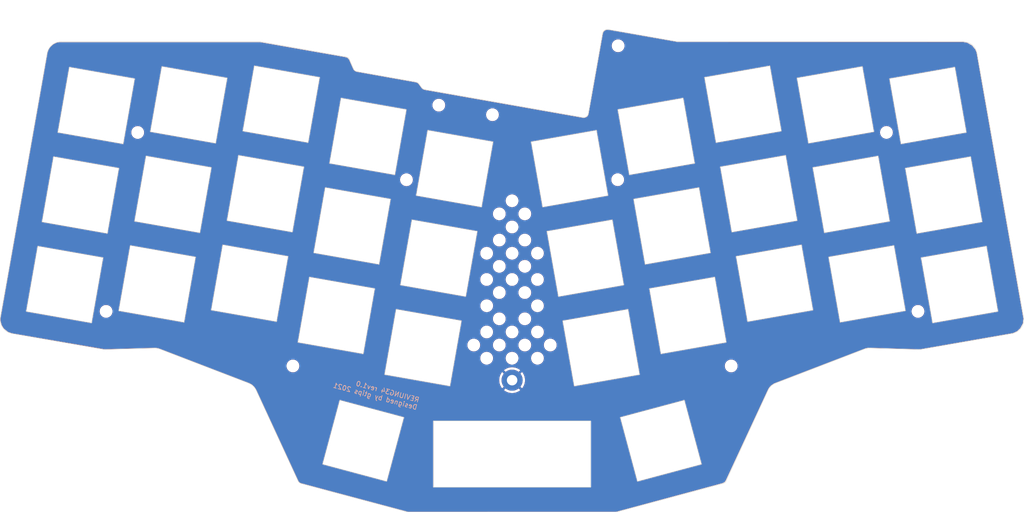
<source format=kicad_pcb>
(kicad_pcb (version 20221018) (generator pcbnew)
  (layers (0 "F.Cu" signal) (31 "B.Cu" signal) (34 "B.Paste" user) (35 "F.Paste" user) (36 "B.SilkS" user "B.Silkscreen") (37 "F.SilkS" user "F.Silkscreen") (38 "B.Mask" user) (39 "F.Mask" user) (44 "Edge.Cuts" user))
  (net 0 "")
  (net 1 "GND")
  (footprint "MountingHole:MountingHole_2.2mm_M2_Pad" (layer "F.Cu") (at 127.34 100.91)
    (fp_text reference "H1" hide)
    (fp_text value "MountingHole_Pad" hide)
    (pad "1" thru_hole circle (at 0 0) (size 4.4 4.4) (drill 2.2) (layers "*.Cu" "*.Mask") (net 1 "GND"))
  )
  (footprint "MountingHole:MountingHole_2.2mm_M2" (layer "F.Cu") (at 48.94 48.99)
    (fp_text reference "H9" hide)
    (fp_text value "MountingHole_2.2mm_M2" hide)
    (pad "" np_thru_hole circle (at 0 0) (size 2.2 2.2) (drill 2.2) (layers "*.Cu" "*.Mask"))
  )
  (footprint "MountingHole:MountingHole_2.2mm_M2" (layer "F.Cu") (at 42.32 86.49)
    (fp_text reference "H2" hide)
    (fp_text value "MountingHole_2.2mm_M2" hide)
    (pad "" np_thru_hole circle (at 0 0) (size 2.2 2.2) (drill 2.2) (layers "*.Cu" "*.Mask"))
  )
  (footprint "MountingHole:MountingHole_2.2mm_M2" (layer "F.Cu") (at 105.22 58.9)
    (fp_text reference "H4" hide)
    (fp_text value "MountingHole_2.2mm_M2" hide)
    (pad "" np_thru_hole circle (at 0 0) (size 2.2 2.2) (drill 2.2) (layers "*.Cu" "*.Mask"))
  )
  (footprint "MountingHole:MountingHole_2.2mm_M2" (layer "F.Cu") (at 81.44 97.93)
    (fp_text reference "H3" hide)
    (fp_text value "MountingHole_2.2mm_M2" hide)
    (pad "" np_thru_hole circle (at 0 0) (size 2.2 2.2) (drill 2.2) (layers "*.Cu" "*.Mask"))
  )
  (footprint "MountingHole:MountingHole_2.2mm_M2" (layer "F.Cu") (at 149.45 58.89)
    (fp_text reference "H5" hide)
    (fp_text value "MountingHole_2.2mm_M2" hide)
    (pad "" np_thru_hole circle (at 0 0) (size 2.2 2.2) (drill 2.2) (layers "*.Cu" "*.Mask"))
  )
  (footprint "MountingHole:MountingHole_2.2mm_M2" (layer "F.Cu") (at 173.22 97.93)
    (fp_text reference "H6" hide)
    (fp_text value "MountingHole_2.2mm_M2" hide)
    (pad "" np_thru_hole circle (at 0 0) (size 2.2 2.2) (drill 2.2) (layers "*.Cu" "*.Mask"))
  )
  (footprint "MountingHole:MountingHole_2.2mm_M2" (layer "F.Cu") (at 205.73 48.98)
    (fp_text reference "H7" hide)
    (fp_text value "MountingHole_2.2mm_M2" hide)
    (pad "" np_thru_hole circle (at 0 0) (size 2.2 2.2) (drill 2.2) (layers "*.Cu" "*.Mask"))
  )
  (footprint "MountingHole:MountingHole_2.2mm_M2" (layer "F.Cu") (at 212.33 86.49)
    (fp_text reference "H8" hide)
    (fp_text value "MountingHole_2.2mm_M2" hide)
    (pad "" np_thru_hole circle (at 0 0) (size 2.2 2.2) (drill 2.2) (layers "*.Cu" "*.Mask"))
  )
  (footprint "_reviung-kbd:HOLE_2.2mm" (layer "F.Cu") (at 111.99 43.27)
    (fp_text reference "Ref**")
    (fp_text value "Val**")
    (pad "" np_thru_hole circle (at 0 0) (size 2.2 2.2) (drill 2.2) (layers "*.Cu" "*.Mask"))
  )
  (footprint "_reviung-kbd:HOLE_2.2mm" (layer "F.Cu") (at 123.23 45.27)
    (fp_text reference "Ref**")
    (fp_text value "Val**")
    (pad "" np_thru_hole circle (at 0 0) (size 2.2 2.2) (drill 2.2) (layers "*.Cu" "*.Mask"))
  )
  (footprint "_reviung-kbd:HOLE_2.2mm" (layer "F.Cu") (at 149.54 30.82)
    (fp_text reference "Ref**")
    (fp_text value "Val**")
    (pad "" np_thru_hole circle (at 0 0) (size 2.2 2.2) (drill 2.2) (layers "*.Cu" "*.Mask"))
  )
  (footprint "_reviung-kbd:HOLE_2.2mm" (layer "F.Cu") (at 127.33 63.31)
    (fp_text reference "Ref**")
    (fp_text value "Val**")
    (pad "" np_thru_hole circle (at 0 0) (size 2.2 2.2) (drill 2.2) (layers "*.Cu" "*.Mask"))
  )
  (footprint "_reviung-kbd:HOLE_2.2mm" (layer "F.Cu") (at 124.66 66.05)
    (fp_text reference "Ref**")
    (fp_text value "Val**")
    (pad "" np_thru_hole circle (at 0 0) (size 2.2 2.2) (drill 2.2) (layers "*.Cu" "*.Mask"))
  )
  (footprint "_reviung-kbd:HOLE_2.2mm" (layer "F.Cu") (at 130 66.05)
    (fp_text reference "Ref**")
    (fp_text value "Val**")
    (pad "" np_thru_hole circle (at 0 0) (size 2.2 2.2) (drill 2.2) (layers "*.Cu" "*.Mask"))
  )
  (footprint "_reviung-kbd:HOLE_2.2mm" (layer "F.Cu") (at 127.33 68.8)
    (fp_text reference "Ref**")
    (fp_text value "Val**")
    (pad "" np_thru_hole circle (at 0 0) (size 2.2 2.2) (drill 2.2) (layers "*.Cu" "*.Mask"))
  )
  (footprint "_reviung-kbd:HOLE_2.2mm" (layer "F.Cu") (at 124.66 71.55)
    (fp_text reference "Ref**")
    (fp_text value "Val**")
    (pad "" np_thru_hole circle (at 0 0) (size 2.2 2.2) (drill 2.2) (layers "*.Cu" "*.Mask"))
  )
  (footprint "_reviung-kbd:HOLE_2.2mm" (layer "F.Cu") (at 130 71.55)
    (fp_text reference "Ref**")
    (fp_text value "Val**")
    (pad "" np_thru_hole circle (at 0 0) (size 2.2 2.2) (drill 2.2) (layers "*.Cu" "*.Mask"))
  )
  (footprint "_reviung-kbd:HOLE_2.2mm" (layer "F.Cu") (at 122.01 74.31)
    (fp_text reference "Ref**")
    (fp_text value "Val**")
    (pad "" np_thru_hole circle (at 0 0) (size 2.2 2.2) (drill 2.2) (layers "*.Cu" "*.Mask"))
  )
  (footprint "_reviung-kbd:HOLE_2.2mm" (layer "F.Cu") (at 127.34 74.31)
    (fp_text reference "Ref**")
    (fp_text value "Val**")
    (pad "" np_thru_hole circle (at 0 0) (size 2.2 2.2) (drill 2.2) (layers "*.Cu" "*.Mask"))
  )
  (footprint "_reviung-kbd:HOLE_2.2mm" (layer "F.Cu") (at 132.65 74.3)
    (fp_text reference "Ref**")
    (fp_text value "Val**")
    (pad "" np_thru_hole circle (at 0 0) (size 2.2 2.2) (drill 2.2) (layers "*.Cu" "*.Mask"))
  )
  (footprint "_reviung-kbd:HOLE_2.2mm" (layer "F.Cu") (at 124.66 77.05)
    (fp_text reference "Ref**")
    (fp_text value "Val**")
    (pad "" np_thru_hole circle (at 0 0) (size 2.2 2.2) (drill 2.2) (layers "*.Cu" "*.Mask"))
  )
  (footprint "_reviung-kbd:HOLE_2.2mm" (layer "F.Cu") (at 130 77.05)
    (fp_text reference "Ref**")
    (fp_text value "Val**")
    (pad "" np_thru_hole circle (at 0 0) (size 2.2 2.2) (drill 2.2) (layers "*.Cu" "*.Mask"))
  )
  (footprint "_reviung-kbd:HOLE_2.2mm" (layer "F.Cu") (at 122.01 79.81)
    (fp_text reference "Ref**")
    (fp_text value "Val**")
    (pad "" np_thru_hole circle (at 0 0) (size 2.2 2.2) (drill 2.2) (layers "*.Cu" "*.Mask"))
  )
  (footprint "_reviung-kbd:HOLE_2.2mm" (layer "F.Cu") (at 127.33 79.81)
    (fp_text reference "Ref**")
    (fp_text value "Val**")
    (pad "" np_thru_hole circle (at 0 0) (size 2.2 2.2) (drill 2.2) (layers "*.Cu" "*.Mask"))
  )
  (footprint "_reviung-kbd:HOLE_2.2mm" (layer "F.Cu") (at 132.65 79.81)
    (fp_text reference "Ref**")
    (fp_text value "Val**")
    (pad "" np_thru_hole circle (at 0 0) (size 2.2 2.2) (drill 2.2) (layers "*.Cu" "*.Mask"))
  )
  (footprint "_reviung-kbd:HOLE_2.2mm" (layer "F.Cu") (at 124.66 82.55)
    (fp_text reference "Ref**")
    (fp_text value "Val**")
    (pad "" np_thru_hole circle (at 0 0) (size 2.2 2.2) (drill 2.2) (layers "*.Cu" "*.Mask"))
  )
  (footprint "_reviung-kbd:HOLE_2.2mm" (layer "F.Cu") (at 130 82.55)
    (fp_text reference "Ref**")
    (fp_text value "Val**")
    (pad "" np_thru_hole circle (at 0 0) (size 2.2 2.2) (drill 2.2) (layers "*.Cu" "*.Mask"))
  )
  (footprint "_reviung-kbd:HOLE_2.2mm" (layer "F.Cu") (at 122.02 85.31)
    (fp_text reference "Ref**")
    (fp_text value "Val**")
    (pad "" np_thru_hole circle (at 0 0) (size 2.2 2.2) (drill 2.2) (layers "*.Cu" "*.Mask"))
  )
  (footprint "_reviung-kbd:HOLE_2.2mm" (layer "F.Cu") (at 132.65 85.31)
    (fp_text reference "Ref**")
    (fp_text value "Val**")
    (pad "" np_thru_hole circle (at 0 0) (size 2.2 2.2) (drill 2.2) (layers "*.Cu" "*.Mask"))
  )
  (footprint "_reviung-kbd:HOLE_2.2mm" (layer "F.Cu") (at 124.66 88.05)
    (fp_text reference "Ref**")
    (fp_text value "Val**")
    (pad "" np_thru_hole circle (at 0 0) (size 2.2 2.2) (drill 2.2) (layers "*.Cu" "*.Mask"))
  )
  (footprint "_reviung-kbd:HOLE_2.2mm" (layer "F.Cu") (at 130 88.05)
    (fp_text reference "Ref**")
    (fp_text value "Val**")
    (pad "" np_thru_hole circle (at 0 0) (size 2.2 2.2) (drill 2.2) (layers "*.Cu" "*.Mask"))
  )
  (footprint "_reviung-kbd:HOLE_2.2mm" (layer "F.Cu") (at 122.01 90.81)
    (fp_text reference "Ref**")
    (fp_text value "Val**")
    (pad "" np_thru_hole circle (at 0 0) (size 2.2 2.2) (drill 2.2) (layers "*.Cu" "*.Mask"))
  )
  (footprint "_reviung-kbd:HOLE_2.2mm" (layer "F.Cu") (at 127.33 90.81)
    (fp_text reference "Ref**")
    (fp_text value "Val**")
    (pad "" np_thru_hole circle (at 0 0) (size 2.2 2.2) (drill 2.2) (layers "*.Cu" "*.Mask"))
  )
  (footprint "_reviung-kbd:HOLE_2.2mm" (layer "F.Cu") (at 132.65 90.81)
    (fp_text reference "Ref**")
    (fp_text value "Val**")
    (pad "" np_thru_hole circle (at 0 0) (size 2.2 2.2) (drill 2.2) (layers "*.Cu" "*.Mask"))
  )
  (footprint "_reviung-kbd:HOLE_2.2mm" (layer "F.Cu") (at 119.31 93.55)
    (fp_text reference "Ref**")
    (fp_text value "Val**")
    (pad "" np_thru_hole circle (at 0 0) (size 2.2 2.2) (drill 2.2) (layers "*.Cu" "*.Mask"))
  )
  (footprint "_reviung-kbd:HOLE_2.2mm" (layer "F.Cu") (at 124.66 93.55)
    (fp_text reference "Ref**")
    (fp_text value "Val**")
    (pad "" np_thru_hole circle (at 0 0) (size 2.2 2.2) (drill 2.2) (layers "*.Cu" "*.Mask"))
  )
  (footprint "_reviung-kbd:HOLE_2.2mm" (layer "F.Cu") (at 130 93.55)
    (fp_text reference "Ref**")
    (fp_text value "Val**")
    (pad "" np_thru_hole circle (at 0 0) (size 2.2 2.2) (drill 2.2) (layers "*.Cu" "*.Mask"))
  )
  (footprint "_reviung-kbd:HOLE_2.2mm" (layer "F.Cu") (at 135.33 93.55)
    (fp_text reference "Ref**")
    (fp_text value "Val**")
    (pad "" np_thru_hole circle (at 0 0) (size 2.2 2.2) (drill 2.2) (layers "*.Cu" "*.Mask"))
  )
  (footprint "_reviung-kbd:HOLE_2.2mm" (layer "F.Cu") (at 122.01 96.31)
    (fp_text reference "Ref**")
    (fp_text value "Val**")
    (pad "" np_thru_hole circle (at 0 0) (size 2.2 2.2) (drill 2.2) (layers "*.Cu" "*.Mask"))
  )
  (footprint "_reviung-kbd:HOLE_2.2mm" (layer "F.Cu") (at 127.33 96.31)
    (fp_text reference "Ref**")
    (fp_text value "Val**")
    (pad "" np_thru_hole circle (at 0 0) (size 2.2 2.2) (drill 2.2) (layers "*.Cu" "*.Mask"))
  )
  (footprint "_reviung-kbd:HOLE_2.2mm" (layer "F.Cu") (at 132.65 96.31)
    (fp_text reference "Ref**")
    (fp_text value "Val**")
    (pad "" np_thru_hole circle (at 0 0) (size 2.2 2.2) (drill 2.2) (layers "*.Cu" "*.Mask"))
  )
  (gr_curve (pts (xy 41.679344 94.448652) (xy 41.87888 94.483319) (xy 42.081408 94.497723) (xy 42.283851 94.491587)) (stroke (width 0.1)) (layer "Edge.Cuts"))
  (gr_curve (pts (xy 99.480446 76.634064) (xy 99.480446 76.634064) (xy 85.791617 74.220344) (xy 85.791617 74.220344)) (stroke (width 0.1)) (layer "Edge.Cuts"))
  (gr_curve (pts (xy 67.636395 67.464447) (xy 67.636395 67.464447) (xy 70.050115 53.775618) (xy 70.050115 53.775618)) (stroke (width 0.1)) (layer "Edge.Cuts"))
  (gr_curve (pts (xy 234.441286 87.669393) (xy 234.441286 87.669393) (xy 224.703702 32.436632) (xy 224.703702 32.436632)) (stroke (width 0.1)) (layer "Edge.Cuts"))
  (gr_curve (pts (xy 220.052134 35.293736) (xy 220.052134 35.293736) (xy 222.465833 48.982564) (xy 222.465833 48.982564)) (stroke (width 0.1)) (layer "Edge.Cuts"))
  (gr_curve (pts (xy 183.729502 48.705945) (xy 183.729502 48.705945) (xy 170.040674 51.119643) (xy 170.040674 51.119643)) (stroke (width 0.1)) (layer "Edge.Cuts"))
  (gr_curve (pts (xy 163.162605 41.770881) (xy 163.162605 41.770881) (xy 165.576304 55.45971) (xy 165.576304 55.45971)) (stroke (width 0.1)) (layer "Edge.Cuts"))
  (gr_curve (pts (xy 73.770732 103.053037) (xy 73.770732 103.053037) (xy 82.504092 121.976688) (xy 82.504092 121.976688)) (stroke (width 0.1)) (layer "Edge.Cuts"))
  (gr_curve (pts (xy 39.282914 88.917487) (xy 39.282914 88.917487) (xy 25.594086 86.503767) (xy 25.594086 86.503767)) (stroke (width 0.1)) (layer "Edge.Cuts"))
  (gr_curve (pts (xy 98.586142 81.705825) (xy 98.586142 81.705825) (xy 96.172444 95.394654) (xy 96.172444 95.394654)) (stroke (width 0.1)) (layer "Edge.Cuts"))
  (gr_curve (pts (xy 103.944428 80.975185) (xy 103.944428 80.975185) (xy 106.358127 67.286357) (xy 106.358127 67.286357)) (stroke (width 0.1)) (layer "Edge.Cuts"))
  (gr_curve (pts (xy 50.684135 53.915532) (xy 50.684135 53.915532) (xy 64.372963 56.329231) (xy 64.372963 56.329231)) (stroke (width 0.1)) (layer "Edge.Cuts"))
  (gr_curve (pts (xy 80.430941 74.949907) (xy 80.430941 74.949907) (xy 78.017221 88.638736) (xy 78.017221 88.638736)) (stroke (width 0.1)) (layer "Edge.Cuts"))
  (gr_curve (pts (xy 209.713467 86.364908) (xy 209.713467 86.364908) (xy 196.024639 88.778606) (xy 196.024639 88.778606)) (stroke (width 0.1)) (layer "Edge.Cuts"))
  (gr_curve (pts (xy 168.884284 74.2203) (xy 168.884284 74.2203) (xy 155.195456 76.633999) (xy 155.195456 76.633999)) (stroke (width 0.1)) (layer "Edge.Cuts"))
  (gr_curve (pts (xy 169.778588 79.292062) (xy 169.778588 79.292062) (xy 172.192287 92.980891) (xy 172.192287 92.980891)) (stroke (width 0.1)) (layer "Edge.Cuts"))
  (gr_curve (pts (xy 110.86345 109.452345) (xy 110.86345 109.452345) (xy 143.813463 109.452345) (xy 143.813463 109.452345)) (stroke (width 0.1)) (layer "Edge.Cuts"))
  (gr_curve (pts (xy 229.081816 86.503745) (xy 229.081816 86.503745) (xy 215.392987 88.917444) (xy 215.392987 88.917444)) (stroke (width 0.1)) (layer "Edge.Cuts"))
  (gr_curve (pts (xy 150.731473 80.975121) (xy 150.731473 80.975121) (xy 137.042645 83.388819) (xy 137.042645 83.388819)) (stroke (width 0.1)) (layer "Edge.Cuts"))
  (gr_curve (pts (xy 222.465833 48.982564) (xy 222.465833 48.982564) (xy 208.777004 51.396263) (xy 208.777004 51.396263)) (stroke (width 0.1)) (layer "Edge.Cuts"))
  (gr_curve (pts (xy 92.541399 33.139195) (xy 92.541399 33.139195) (xy 74.585281 29.957628) (xy 74.585281 29.957628)) (stroke (width 0.1)) (layer "Edge.Cuts"))
  (gr_curve (pts (xy 29.981738 32.435082) (xy 29.981738 32.435082) (xy 20.208454 87.662568) (xy 20.208454 87.662568)) (stroke (width 0.1)) (layer "Edge.Cuts"))
  (gr_curve (pts (xy 84.633225 51.117576) (xy 84.633225 51.117576) (xy 70.944397 48.703856) (xy 70.944397 48.703856)) (stroke (width 0.1)) (layer "Edge.Cuts"))
  (gr_curve (pts (xy 224.703702 32.436632) (xy 224.450875 31.002891) (xy 223.20515 29.957628) (xy 221.749275 29.957628)) (stroke (width 0.1)) (layer "Edge.Cuts"))
  (gr_curve (pts (xy 53.992137 35.154942) (xy 53.992137 35.154942) (xy 67.680966 37.56864) (xy 67.680966 37.56864)) (stroke (width 0.1)) (layer "Edge.Cuts"))
  (gr_curve (pts (xy 83.178125 122.580893) (xy 83.178125 122.580893) (xy 105.55107 128.558435) (xy 105.55107 128.558435)) (stroke (width 0.1)) (layer "Edge.Cuts"))
  (gr_curve (pts (xy 42.283851 94.491587) (xy 42.283851 94.491587) (xy 52.410364 94.185167) (xy 52.410364 94.185167)) (stroke (width 0.1)) (layer "Edge.Cuts"))
  (gr_curve (pts (xy 182.56 101.51) (xy 182.56 101.51) (xy 201.098425 94.383626) (xy 201.098425 94.383626)) (stroke (width 0.1)) (layer "Edge.Cuts"))
  (gr_curve (pts (xy 85.791617 74.220344) (xy 85.791617 74.220344) (xy 88.205316 60.531515) (xy 88.205316 60.531515)) (stroke (width 0.1)) (layer "Edge.Cuts"))
  (gr_curve (pts (xy 206.363306 37.707434) (xy 206.363306 37.707434) (xy 220.052134 35.293736) (xy 220.052134 35.293736)) (stroke (width 0.1)) (layer "Edge.Cuts"))
  (gr_curve (pts (xy 155.195456 76.633999) (xy 155.195456 76.633999) (xy 152.781757 62.94517) (xy 152.781757 62.94517)) (stroke (width 0.1)) (layer "Edge.Cuts"))
  (gr_curve (pts (xy 203.991767 53.915489) (xy 203.991767 53.915489) (xy 206.405465 67.604318) (xy 206.405465 67.604318)) (stroke (width 0.1)) (layer "Edge.Cuts"))
  (gr_curve (pts (xy 147.423493 62.21453) (xy 147.423493 62.21453) (xy 133.734664 64.628229) (xy 133.734664 64.628229)) (stroke (width 0.1)) (layer "Edge.Cuts"))
  (gr_curve (pts (xy 31.315786 54.054348) (xy 31.315786 54.054348) (xy 45.004615 56.468068) (xy 45.004615 56.468068)) (stroke (width 0.1)) (layer "Edge.Cuts"))
  (gr_curve (pts (xy 180.913094 103.051852) (xy 181.24055 102.343218) (xy 181.831319 101.790108) (xy 182.56 101.51)) (stroke (width 0.1)) (layer "Edge.Cuts"))
  (gr_curve (pts (xy 106.358127 67.286357) (xy 106.358127 67.286357) (xy 120.046955 69.700055) (xy 120.046955 69.700055)) (stroke (width 0.1)) (layer "Edge.Cuts"))
  (gr_curve (pts (xy 190.345485 86.227104) (xy 190.345485 86.227104) (xy 176.656657 88.640824) (xy 176.656657 88.640824)) (stroke (width 0.1)) (layer "Edge.Cuts"))
  (gr_curve (pts (xy 45.898897 51.396306) (xy 45.898897 51.396306) (xy 32.210069 48.982608) (xy 32.210069 48.982608)) (stroke (width 0.1)) (layer "Edge.Cuts"))
  (gr_curve (pts (xy 47.376154 72.676123) (xy 47.376154 72.676123) (xy 61.064983 75.089821) (xy 61.064983 75.089821)) (stroke (width 0.1)) (layer "Edge.Cuts"))
  (gr_curve (pts (xy 74.585281 29.957628) (xy 74.585281 29.957628) (xy 32.935907 29.957498) (xy 32.935907 29.957498)) (stroke (width 0.1)) (layer "Edge.Cuts"))
  (gr_curve (pts (xy 143.813463 109.452345) (xy 143.813463 109.452345) (xy 143.81342 123.352357) (xy 143.81342 123.352357)) (stroke (width 0.1)) (layer "Edge.Cuts"))
  (gr_curve (pts (xy 181.315804 35.017116) (xy 181.315804 35.017116) (xy 183.729502 48.705945) (xy 183.729502 48.705945)) (stroke (width 0.1)) (layer "Edge.Cuts"))
  (gr_curve (pts (xy 186.994957 37.568619) (xy 186.994957 37.568619) (xy 200.683786 35.154899) (xy 200.683786 35.154899)) (stroke (width 0.1)) (layer "Edge.Cuts"))
  (gr_curve (pts (xy 64.328392 86.225037) (xy 64.328392 86.225037) (xy 66.742112 72.536209) (xy 66.742112 72.536209)) (stroke (width 0.1)) (layer "Edge.Cuts"))
  (gr_curve (pts (xy 120.046955 69.700055) (xy 120.046955 69.700055) (xy 117.633257 83.388884) (xy 117.633257 83.388884)) (stroke (width 0.1)) (layer "Edge.Cuts"))
  (gr_curve (pts (xy 131.320944 50.9394) (xy 131.320944 50.9394) (xy 145.009773 48.525702) (xy 145.009773 48.525702)) (stroke (width 0.1)) (layer "Edge.Cuts"))
  (gr_curve (pts (xy 153.584378 122.124461) (xy 153.584378 122.124461) (xy 149.986816 108.698084) (xy 149.986816 108.698084)) (stroke (width 0.1)) (layer "Edge.Cuts"))
  (gr_curve (pts (xy 32.935907 29.957498) (xy 31.480591 29.957498) (xy 30.235168 31.001987) (xy 29.981738 32.435082)) (stroke (width 0.1)) (layer "Edge.Cuts"))
  (gr_curve (pts (xy 134.628946 69.699991) (xy 134.628946 69.699991) (xy 148.317775 67.286292) (xy 148.317775 67.286292)) (stroke (width 0.1)) (layer "Edge.Cuts"))
  (gr_curve (pts (xy 202.265903 94.185232) (xy 202.265903 94.185232) (xy 212.391878 94.492663) (xy 212.391878 94.492663)) (stroke (width 0.1)) (layer "Edge.Cuts"))
  (gr_curve (pts (xy 109.036301 39.987269) (xy 108.781816 39.942311) (xy 108.554612 39.800545) (xy 108.402339 39.591751)) (stroke (width 0.1)) (layer "Edge.Cuts"))
  (gr_curve (pts (xy 176.656657 88.640824) (xy 176.656657 88.640824) (xy 174.242958 74.951996) (xy 174.242958 74.951996)) (stroke (width 0.1)) (layer "Edge.Cuts"))
  (gr_curve (pts (xy 171.505141 122.558758) (xy 171.813391 122.476227) (xy 172.063741 122.25152) (xy 172.179001 121.95395)) (stroke (width 0.1)) (layer "Edge.Cuts"))
  (gr_curve (pts (xy 167.010755 118.526877) (xy 167.010755 118.526877) (xy 153.584378 122.124461) (xy 153.584378 122.124461)) (stroke (width 0.1)) (layer "Edge.Cuts"))
  (gr_curve (pts (xy 154.039454 99.735711) (xy 154.039454 99.735711) (xy 140.350625 102.14941) (xy 140.350625 102.14941)) (stroke (width 0.1)) (layer "Edge.Cuts"))
  (gr_curve (pts (xy 137.042645 83.388819) (xy 137.042645 83.388819) (xy 134.628946 69.699991) (xy 134.628946 69.699991)) (stroke (width 0.1)) (layer "Edge.Cuts"))
  (gr_curve (pts (xy 94.113934 35.634973) (xy 94.113934 35.634973) (xy 93.284097 33.725313) (xy 93.284097 33.725313)) (stroke (width 0.1)) (layer "Edge.Cuts"))
  (gr_curve (pts (xy 147.453164 27.415879) (xy 146.910367 27.320838) (xy 146.392957 27.682809) (xy 146.296214 28.225326)) (stroke (width 0.1)) (layer "Edge.Cuts"))
  (gr_curve (pts (xy 201.098425 94.383626) (xy 201.470538 94.24059) (xy 201.867435 94.173131) (xy 202.265903 94.185232)) (stroke (width 0.1)) (layer "Edge.Cuts"))
  (gr_curve (pts (xy 94.855663 36.220919) (xy 94.525882 36.162158) (xy 94.247432 35.942189) (xy 94.113934 35.634973)) (stroke (width 0.1)) (layer "Edge.Cuts"))
  (gr_curve (pts (xy 173.348676 69.880234) (xy 173.348676 69.880234) (xy 170.934956 56.191405) (xy 170.934956 56.191405)) (stroke (width 0.1)) (layer "Edge.Cuts"))
  (gr_curve (pts (xy 107.836955 38.816432) (xy 107.684984 38.608025) (xy 107.458339 38.466389) (xy 107.204393 38.421151)) (stroke (width 0.1)) (layer "Edge.Cuts"))
  (gr_curve (pts (xy 28.902066 67.743176) (xy 28.902066 67.743176) (xy 31.315786 54.054348) (xy 31.315786 54.054348)) (stroke (width 0.1)) (layer "Edge.Cuts"))
  (gr_curve (pts (xy 48.270436 67.604361) (xy 48.270436 67.604361) (xy 50.684135 53.915532) (xy 50.684135 53.915532)) (stroke (width 0.1)) (layer "Edge.Cuts"))
  (gr_curve (pts (xy 110.863429 123.352336) (xy 110.863429 123.352336) (xy 110.86345 109.452345) (xy 110.86345 109.452345)) (stroke (width 0.1)) (layer "Edge.Cuts"))
  (gr_curve (pts (xy 104.679052 108.698084) (xy 104.679052 108.698084) (xy 101.081468 122.124461) (xy 101.081468 122.124461)) (stroke (width 0.1)) (layer "Edge.Cuts"))
  (gr_curve (pts (xy 167.626975 37.430815) (xy 167.626975 37.430815) (xy 181.315804 35.017116) (xy 181.315804 35.017116)) (stroke (width 0.1)) (layer "Edge.Cuts"))
  (gr_curve (pts (xy 34.623789 35.293779) (xy 34.623789 35.293779) (xy 48.312617 37.707477) (xy 48.312617 37.707477)) (stroke (width 0.1)) (layer "Edge.Cuts"))
  (gr_curve (pts (xy 149.473777 44.184602) (xy 149.473777 44.184602) (xy 163.162605 41.770881) (xy 163.162605 41.770881)) (stroke (width 0.1)) (layer "Edge.Cuts"))
  (gr_curve (pts (xy 184.623784 53.777685) (xy 184.623784 53.777685) (xy 187.037504 67.466514) (xy 187.037504 67.466514)) (stroke (width 0.1)) (layer "Edge.Cuts"))
  (gr_curve (pts (xy 81.325223 69.878145) (xy 81.325223 69.878145) (xy 67.636395 67.464447) (xy 67.636395 67.464447)) (stroke (width 0.1)) (layer "Edge.Cuts"))
  (gr_curve (pts (xy 212.391878 94.492663) (xy 212.594429 94.4988) (xy 212.797086 94.484417) (xy 212.99673 94.449707)) (stroke (width 0.1)) (layer "Edge.Cuts"))
  (gr_curve (pts (xy 158.503458 95.394589) (xy 158.503458 95.394589) (xy 156.08976 81.705761) (xy 156.08976 81.705761)) (stroke (width 0.1)) (layer "Edge.Cuts"))
  (gr_curve (pts (xy 170.040674 51.119643) (xy 170.040674 51.119643) (xy 167.626975 37.430815) (xy 167.626975 37.430815)) (stroke (width 0.1)) (layer "Edge.Cuts"))
  (gr_curve (pts (xy 172.192287 92.980891) (xy 172.192287 92.980891) (xy 158.503458 95.394589) (xy 158.503458 95.394589)) (stroke (width 0.1)) (layer "Edge.Cuts"))
  (gr_curve (pts (xy 61.064983 75.089821) (xy 61.064983 75.089821) (xy 58.651263 88.77865) (xy 58.651263 88.77865)) (stroke (width 0.1)) (layer "Edge.Cuts"))
  (gr_curve (pts (xy 87.046924 37.428748) (xy 87.046924 37.428748) (xy 84.633225 51.117576) (xy 84.633225 51.117576)) (stroke (width 0.1)) (layer "Edge.Cuts"))
  (gr_curve (pts (xy 172.179001 121.95395) (xy 172.179001 121.95395) (xy 180.913094 103.051852) (xy 180.913094 103.051852)) (stroke (width 0.1)) (layer "Edge.Cuts"))
  (gr_curve (pts (xy 145.009773 48.525702) (xy 145.009773 48.525702) (xy 147.423493 62.21453) (xy 147.423493 62.21453)) (stroke (width 0.1)) (layer "Edge.Cuts"))
  (gr_curve (pts (xy 58.651263 88.77865) (xy 58.651263 88.77865) (xy 44.962434 86.364951) (xy 44.962434 86.364951)) (stroke (width 0.1)) (layer "Edge.Cuts"))
  (gr_curve (pts (xy 101.894144 62.945235) (xy 101.894144 62.945235) (xy 99.480446 76.634064) (xy 99.480446 76.634064)) (stroke (width 0.1)) (layer "Edge.Cuts"))
  (gr_curve (pts (xy 32.210069 48.982608) (xy 32.210069 48.982608) (xy 34.623789 35.293779) (xy 34.623789 35.293779)) (stroke (width 0.1)) (layer "Edge.Cuts"))
  (gr_curve (pts (xy 120.941259 64.628293) (xy 120.941259 64.628293) (xy 107.25243 62.214595) (xy 107.25243 62.214595)) (stroke (width 0.1)) (layer "Edge.Cuts"))
  (gr_curve (pts (xy 143.29952 45.028521) (xy 143.202669 45.57164) (xy 142.684269 45.933698) (xy 142.14102 45.837709)) (stroke (width 0.1)) (layer "Edge.Cuts"))
  (gr_curve (pts (xy 45.004615 56.468068) (xy 45.004615 56.468068) (xy 42.590895 70.156896) (xy 42.590895 70.156896)) (stroke (width 0.1)) (layer "Edge.Cuts"))
  (gr_curve (pts (xy 170.934956 56.191405) (xy 170.934956 56.191405) (xy 184.623784 53.777685) (xy 184.623784 53.777685)) (stroke (width 0.1)) (layer "Edge.Cuts"))
  (gr_curve (pts (xy 42.590895 70.156896) (xy 42.590895 70.156896) (xy 28.902066 67.743176) (xy 28.902066 67.743176)) (stroke (width 0.1)) (layer "Edge.Cuts"))
  (gr_curve (pts (xy 196.024639 88.778606) (xy 196.024639 88.778606) (xy 193.61094 75.089778) (xy 193.61094 75.089778)) (stroke (width 0.1)) (layer "Edge.Cuts"))
  (gr_curve (pts (xy 70.944397 48.703856) (xy 70.944397 48.703856) (xy 73.358095 35.015028) (xy 73.358095 35.015028)) (stroke (width 0.1)) (layer "Edge.Cuts"))
  (gr_curve (pts (xy 87.655112 118.526877) (xy 87.655112 118.526877) (xy 91.252696 105.1005) (xy 91.252696 105.1005)) (stroke (width 0.1)) (layer "Edge.Cuts"))
  (gr_curve (pts (xy 149.114475 128.558435) (xy 149.114475 128.558435) (xy 171.505141 122.558758) (xy 171.505141 122.558758)) (stroke (width 0.1)) (layer "Edge.Cuts"))
  (gr_curve (pts (xy 123.354957 50.939465) (xy 123.354957 50.939465) (xy 120.941259 64.628293) (xy 120.941259 64.628293)) (stroke (width 0.1)) (layer "Edge.Cuts"))
  (gr_curve (pts (xy 66.742112 72.536209) (xy 66.742112 72.536209) (xy 80.430941 74.949907) (xy 80.430941 74.949907)) (stroke (width 0.1)) (layer "Edge.Cuts"))
  (gr_curve (pts (xy 44.962434 86.364951) (xy 44.962434 86.364951) (xy 47.376154 72.676123) (xy 47.376154 72.676123)) (stroke (width 0.1)) (layer "Edge.Cuts"))
  (gr_curve (pts (xy 209.671287 56.468025) (xy 209.671287 56.468025) (xy 223.360115 54.054326) (xy 223.360115 54.054326)) (stroke (width 0.1)) (layer "Edge.Cuts"))
  (gr_curve (pts (xy 156.08976 81.705761) (xy 156.08976 81.705761) (xy 169.778588 79.292062) (xy 169.778588 79.292062)) (stroke (width 0.1)) (layer "Edge.Cuts"))
  (gr_curve (pts (xy 206.405465 67.604318) (xy 206.405465 67.604318) (xy 192.716637 70.018016) (xy 192.716637 70.018016)) (stroke (width 0.1)) (layer "Edge.Cuts"))
  (gr_curve (pts (xy 73.358095 35.015028) (xy 73.358095 35.015028) (xy 87.046924 37.428748) (xy 87.046924 37.428748)) (stroke (width 0.1)) (layer "Edge.Cuts"))
  (gr_curve (pts (xy 151.625756 86.046883) (xy 151.625756 86.046883) (xy 154.039454 99.735711) (xy 154.039454 99.735711)) (stroke (width 0.1)) (layer "Edge.Cuts"))
  (gr_curve (pts (xy 107.25243 62.214595) (xy 107.25243 62.214595) (xy 109.666129 48.525766) (xy 109.666129 48.525766)) (stroke (width 0.1)) (layer "Edge.Cuts"))
  (gr_curve (pts (xy 53.577154 94.383411) (xy 53.577154 94.383411) (xy 72.122878 101.509763) (xy 72.122878 101.509763)) (stroke (width 0.1)) (layer "Edge.Cuts"))
  (gr_curve (pts (xy 93.284097 33.725313) (xy 93.150449 33.417795) (xy 92.871568 33.197697) (xy 92.541399 33.139195)) (stroke (width 0.1)) (layer "Edge.Cuts"))
  (gr_curve (pts (xy 221.749275 29.957628) (xy 221.749275 29.957628) (xy 161.967566 29.957628) (xy 161.967566 29.957628)) (stroke (width 0.1)) (layer "Edge.Cuts"))
  (gr_curve (pts (xy 187.931787 72.538276) (xy 187.931787 72.538276) (xy 190.345485 86.227104) (xy 190.345485 86.227104)) (stroke (width 0.1)) (layer "Edge.Cuts"))
  (gr_curve (pts (xy 189.408656 51.257447) (xy 189.408656 51.257447) (xy 186.994957 37.568619) (xy 186.994957 37.568619)) (stroke (width 0.1)) (layer "Edge.Cuts"))
  (gr_curve (pts (xy 48.312617 37.707477) (xy 48.312617 37.707477) (xy 45.898897 51.396306) (xy 45.898897 51.396306)) (stroke (width 0.1)) (layer "Edge.Cuts"))
  (gr_curve (pts (xy 109.666129 48.525766) (xy 109.666129 48.525766) (xy 123.354957 50.939465) (xy 123.354957 50.939465)) (stroke (width 0.1)) (layer "Edge.Cuts"))
  (gr_curve (pts (xy 190.302938 56.329188) (xy 190.302938 56.329188) (xy 203.991767 53.915489) (xy 203.991767 53.915489)) (stroke (width 0.1)) (layer "Edge.Cuts"))
  (gr_curve (pts (xy 22.642565 91.139573) (xy 22.642565 91.139573) (xy 41.679344 94.448652) (xy 41.679344 94.448652)) (stroke (width 0.1)) (layer "Edge.Cuts"))
  (gr_curve (pts (xy 116.738975 88.460646) (xy 116.738975 88.460646) (xy 114.325255 102.149474) (xy 114.325255 102.149474)) (stroke (width 0.1)) (layer "Edge.Cuts"))
  (gr_curve (pts (xy 137.936927 88.460581) (xy 137.936927 88.460581) (xy 151.625756 86.046883) (xy 151.625756 86.046883)) (stroke (width 0.1)) (layer "Edge.Cuts"))
  (gr_curve (pts (xy 107.204393 38.421151) (xy 107.204393 38.421151) (xy 94.855663 36.220919) (xy 94.855663 36.220919)) (stroke (width 0.1)) (layer "Edge.Cuts"))
  (gr_curve (pts (xy 143.81342 123.352357) (xy 143.81342 123.352357) (xy 110.863429 123.352336) (xy 110.863429 123.352336)) (stroke (width 0.1)) (layer "Edge.Cuts"))
  (gr_curve (pts (xy 102.788426 57.873473) (xy 102.788426 57.873473) (xy 89.099598 55.459753) (xy 89.099598 55.459753)) (stroke (width 0.1)) (layer "Edge.Cuts"))
  (gr_curve (pts (xy 232.007348 91.14487) (xy 233.639268 90.857377) (xy 234.729038 89.301249) (xy 234.441286 87.669393)) (stroke (width 0.1)) (layer "Edge.Cuts"))
  (gr_curve (pts (xy 82.504092 121.976688) (xy 82.619546 122.274064) (xy 82.869939 122.498534) (xy 83.178125 122.580893)) (stroke (width 0.1)) (layer "Edge.Cuts"))
  (gr_curve (pts (xy 212.085007 70.156853) (xy 212.085007 70.156853) (xy 209.671287 56.468025) (xy 209.671287 56.468025)) (stroke (width 0.1)) (layer "Edge.Cuts"))
  (gr_curve (pts (xy 207.299769 72.676079) (xy 207.299769 72.676079) (xy 209.713467 86.364908) (xy 209.713467 86.364908)) (stroke (width 0.1)) (layer "Edge.Cuts"))
  (gr_curve (pts (xy 67.680966 37.56864) (xy 67.680966 37.56864) (xy 65.267267 51.257469) (xy 65.267267 51.257469)) (stroke (width 0.1)) (layer "Edge.Cuts"))
  (gr_curve (pts (xy 166.470586 60.531472) (xy 166.470586 60.531472) (xy 168.884284 74.2203) (xy 168.884284 74.2203)) (stroke (width 0.1)) (layer "Edge.Cuts"))
  (gr_curve (pts (xy 203.097485 48.843727) (xy 203.097485 48.843727) (xy 189.408656 51.257447) (xy 189.408656 51.257447)) (stroke (width 0.1)) (layer "Edge.Cuts"))
  (gr_curve (pts (xy 146.296214 28.225326) (xy 146.296214 28.225326) (xy 143.29952 45.028521) (xy 143.29952 45.028521)) (stroke (width 0.1)) (layer "Edge.Cuts"))
  (gr_curve (pts (xy 212.99673 94.449707) (xy 212.99673 94.449707) (xy 232.007348 91.14487) (xy 232.007348 91.14487)) (stroke (width 0.1)) (layer "Edge.Cuts"))
  (gr_curve (pts (xy 105.202146 44.184645) (xy 105.202146 44.184645) (xy 102.788426 57.873473) (xy 102.788426 57.873473)) (stroke (width 0.1)) (layer "Edge.Cuts"))
  (gr_curve (pts (xy 20.208454 87.662568) (xy 19.919777 89.295048) (xy 21.009869 90.852188) (xy 22.642565 91.139573)) (stroke (width 0.1)) (layer "Edge.Cuts"))
  (gr_curve (pts (xy 193.61094 75.089778) (xy 193.61094 75.089778) (xy 207.299769 72.676079) (xy 207.299769 72.676079)) (stroke (width 0.1)) (layer "Edge.Cuts"))
  (gr_curve (pts (xy 187.037504 67.466514) (xy 187.037504 67.466514) (xy 173.348676 69.880234) (xy 173.348676 69.880234)) (stroke (width 0.1)) (layer "Edge.Cuts"))
  (gr_curve (pts (xy 25.594086 86.503767) (xy 25.594086 86.503767) (xy 28.007784 72.814938) (xy 28.007784 72.814938)) (stroke (width 0.1)) (layer "Edge.Cuts"))
  (gr_curve (pts (xy 91.513318 41.770946) (xy 91.513318 41.770946) (xy 105.202146 44.184645) (xy 105.202146 44.184645)) (stroke (width 0.1)) (layer "Edge.Cuts"))
  (gr_curve (pts (xy 61.959265 70.018059) (xy 61.959265 70.018059) (xy 48.270436 67.604361) (xy 48.270436 67.604361)) (stroke (width 0.1)) (layer "Edge.Cuts"))
  (gr_curve (pts (xy 140.350625 102.14941) (xy 140.350625 102.14941) (xy 137.936927 88.460581) (xy 137.936927 88.460581)) (stroke (width 0.1)) (layer "Edge.Cuts"))
  (gr_curve (pts (xy 82.483615 92.980934) (xy 82.483615 92.980934) (xy 84.897313 79.292105) (xy 84.897313 79.292105)) (stroke (width 0.1)) (layer "Edge.Cuts"))
  (gr_curve (pts (xy 192.716637 70.018016) (xy 192.716637 70.018016) (xy 190.302938 56.329188) (xy 190.302938 56.329188)) (stroke (width 0.1)) (layer "Edge.Cuts"))
  (gr_curve (pts (xy 149.986816 108.698084) (xy 149.986816 108.698084) (xy 163.413193 105.1005) (xy 163.413193 105.1005)) (stroke (width 0.1)) (layer "Edge.Cuts"))
  (gr_curve (pts (xy 200.683786 35.154899) (xy 200.683786 35.154899) (xy 203.097485 48.843727) (xy 203.097485 48.843727)) (stroke (width 0.1)) (layer "Edge.Cuts"))
  (gr_curve (pts (xy 208.777004 51.396263) (xy 208.777004 51.396263) (xy 206.363306 37.707434) (xy 206.363306 37.707434)) (stroke (width 0.1)) (layer "Edge.Cuts"))
  (gr_curve (pts (xy 78.017221 88.638736) (xy 78.017221 88.638736) (xy 64.328392 86.225037) (xy 64.328392 86.225037)) (stroke (width 0.1)) (layer "Edge.Cuts"))
  (gr_curve (pts (xy 100.636426 99.735754) (xy 100.636426 99.735754) (xy 103.050146 86.046926) (xy 103.050146 86.046926)) (stroke (width 0.1)) (layer "Edge.Cuts"))
  (gr_curve (pts (xy 89.099598 55.459753) (xy 89.099598 55.459753) (xy 91.513318 41.770946) (xy 91.513318 41.770946)) (stroke (width 0.1)) (layer "Edge.Cuts"))
  (gr_curve (pts (xy 108.402339 39.591751) (xy 108.402339 39.591751) (xy 107.836955 38.816432) (xy 107.836955 38.816432)) (stroke (width 0.1)) (layer "Edge.Cuts"))
  (gr_curve (pts (xy 41.696613 75.228658) (xy 41.696613 75.228658) (xy 39.282914 88.917487) (xy 39.282914 88.917487)) (stroke (width 0.1)) (layer "Edge.Cuts"))
  (gr_curve (pts (xy 101.081468 122.124461) (xy 101.081468 122.124461) (xy 87.655112 118.526877) (xy 87.655112 118.526877)) (stroke (width 0.1)) (layer "Edge.Cuts"))
  (gr_curve (pts (xy 226.668117 72.814917) (xy 226.668117 72.814917) (xy 229.081816 86.503745) (xy 229.081816 86.503745)) (stroke (width 0.1)) (layer "Edge.Cuts"))
  (gr_curve (pts (xy 215.392987 88.917444) (xy 215.392987 88.917444) (xy 212.979289 75.228615) (xy 212.979289 75.228615)) (stroke (width 0.1)) (layer "Edge.Cuts"))
  (gr_curve (pts (xy 223.360115 54.054326) (xy 223.360115 54.054326) (xy 225.773835 67.743155) (xy 225.773835 67.743155)) (stroke (width 0.1)) (layer "Edge.Cuts"))
  (gr_curve (pts (xy 148.317775 67.286292) (xy 148.317775 67.286292) (xy 150.731473 80.975121) (xy 150.731473 80.975121)) (stroke (width 0.1)) (layer "Edge.Cuts"))
  (gr_curve (pts (xy 174.242958 74.951996) (xy 174.242958 74.951996) (xy 187.931787 72.538276) (xy 187.931787 72.538276)) (stroke (width 0.1)) (layer "Edge.Cuts"))
  (gr_curve (pts (xy 70.050115 53.775618) (xy 70.050115 53.775618) (xy 83.738943 56.189317) (xy 83.738943 56.189317)) (stroke (width 0.1)) (layer "Edge.Cuts"))
  (gr_curve (pts (xy 64.372963 56.329231) (xy 64.372963 56.329231) (xy 61.959265 70.018059) (xy 61.959265 70.018059)) (stroke (width 0.1)) (layer "Edge.Cuts"))
  (gr_curve (pts (xy 142.14102 45.837709) (xy 142.14102 45.837709) (xy 109.036301 39.987269) (xy 109.036301 39.987269)) (stroke (width 0.1)) (layer "Edge.Cuts"))
  (gr_curve (pts (xy 103.050146 86.046926) (xy 103.050146 86.046926) (xy 116.738975 88.460646) (xy 116.738975 88.460646)) (stroke (width 0.1)) (layer "Edge.Cuts"))
  (gr_curve (pts (xy 152.781757 62.94517) (xy 152.781757 62.94517) (xy 166.470586 60.531472) (xy 166.470586 60.531472)) (stroke (width 0.1)) (layer "Edge.Cuts"))
  (gr_curve (pts (xy 51.578439 48.84377) (xy 51.578439 48.84377) (xy 53.992137 35.154942) (xy 53.992137 35.154942)) (stroke (width 0.1)) (layer "Edge.Cuts"))
  (gr_curve (pts (xy 91.252696 105.1005) (xy 91.252696 105.1005) (xy 104.679052 108.698084) (xy 104.679052 108.698084)) (stroke (width 0.1)) (layer "Edge.Cuts"))
  (gr_curve (pts (xy 28.007784 72.814938) (xy 28.007784 72.814938) (xy 41.696613 75.228658) (xy 41.696613 75.228658)) (stroke (width 0.1)) (layer "Edge.Cuts"))
  (gr_curve (pts (xy 84.897313 79.292105) (xy 84.897313 79.292105) (xy 98.586142 81.705825) (xy 98.586142 81.705825)) (stroke (width 0.1)) (layer "Edge.Cuts"))
  (gr_curve (pts (xy 88.205316 60.531515) (xy 88.205316 60.531515) (xy 101.894144 62.945235) (xy 101.894144 62.945235)) (stroke (width 0.1)) (layer "Edge.Cuts"))
  (gr_curve (pts (xy 96.172444 95.394654) (xy 96.172444 95.394654) (xy 82.483615 92.980934) (xy 82.483615 92.980934)) (stroke (width 0.1)) (layer "Edge.Cuts"))
  (gr_curve (pts (xy 161.967566 29.957628) (xy 161.967566 29.957628) (xy 147.453164 27.415879) (xy 147.453164 27.415879)) (stroke (width 0.1)) (layer "Edge.Cuts"))
  (gr_curve (pts (xy 52.410364 94.185167) (xy 52.808596 94.173109) (xy 53.205256 94.240504) (xy 53.577154 94.383411)) (stroke (width 0.1)) (layer "Edge.Cuts"))
  (gr_curve (pts (xy 165.576304 55.45971) (xy 165.576304 55.45971) (xy 151.887475 57.87343) (xy 151.887475 57.87343)) (stroke (width 0.1)) (layer "Edge.Cuts"))
  (gr_curve (pts (xy 163.413193 105.1005) (xy 163.413193 105.1005) (xy 167.010755 118.526877) (xy 167.010755 118.526877)) (stroke (width 0.1)) (layer "Edge.Cuts"))
  (gr_curve (pts (xy 65.267267 51.257469) (xy 65.267267 51.257469) (xy 51.578439 48.84377) (xy 51.578439 48.84377)) (stroke (width 0.1)) (layer "Edge.Cuts"))
  (gr_curve (pts (xy 133.734664 64.628229) (xy 133.734664 64.628229) (xy 131.320944 50.9394) (xy 131.320944 50.9394)) (stroke (width 0.1)) (layer "Edge.Cuts"))
  (gr_curve (pts (xy 105.55107 128.558435) (xy 105.55107 128.558435) (xy 149.114475 128.558435) (xy 149.114475 128.558435)) (stroke (width 0.1)) (layer "Edge.Cuts"))
  (gr_curve (pts (xy 117.633257 83.388884) (xy 117.633257 83.388884) (xy 103.944428 80.975185) (xy 103.944428 80.975185)) (stroke (width 0.1)) (layer "Edge.Cuts"))
  (gr_curve (pts (xy 72.122878 101.509763) (xy 72.852162 101.79) (xy 73.443361 102.34367) (xy 73.770732 103.053037)) (stroke (width 0.1)) (layer "Edge.Cuts"))
  (gr_curve (pts (xy 114.325255 102.149474) (xy 114.325255 102.149474) (xy 100.636426 99.735754) (xy 100.636426 99.735754)) (stroke (width 0.1)) (layer "Edge.Cuts"))
  (gr_curve (pts (xy 151.887475 57.87343) (xy 151.887475 57.87343) (xy 149.473777 44.184602) (xy 149.473777 44.184602)) (stroke (width 0.1)) (layer "Edge.Cuts"))
  (gr_curve (pts (xy 225.773835 67.743155) (xy 225.773835 67.743155) (xy 212.085007 70.156853) (xy 212.085007 70.156853)) (stroke (width 0.1)) (layer "Edge.Cuts"))
  (gr_curve (pts (xy 83.738943 56.189317) (xy 83.738943 56.189317) (xy 81.325223 69.878145) (xy 81.325223 69.878145)) (stroke (width 0.1)) (layer "Edge.Cuts"))
  (gr_curve (pts (xy 212.979289 75.228615) (xy 212.979289 75.228615) (xy 226.668117 72.814917) (xy 226.668117 72.814917)) (stroke (width 0.1)) (layer "Edge.Cuts"))
  (gr_text "REVIUNG34 rev1.0\nDesigned by gtips 2021" (at 107.73 105.9 -15) (layer "B.SilkS") (effects (font (size 1 1)) (justify left mirror)))
  (zone (net 1) (net_name "GND") (layer "F.Cu") (connect_pads (clearance 0.508)) (min_thickness 0.254) (fill yes (thermal_gap 0.508) (thermal_bridge_width 0.508))
    (polygon (pts (xy 161.95 30.04) (xy 221.8 30.06) (xy 222.66 30.22) (xy 223.64 30.79) (xy 224.29 31.6) (xy 224.57 32.25) (xy 234.37 87.98) (xy 234.27 88.99) (xy 233.72 90) (xy 233.07 90.62) (xy 232.19 91.02) (xy 212.93 94.38) (xy 212.64 94.4) (xy 212.42 94.41) (xy 202.31 94.1) (xy 201.93 94.1) (xy 201.47 94.16) (xy 201.15 94.27) (xy 182.19 101.56) (xy 181.58 101.97) (xy 181.16 102.42) (xy 180.93 102.79) (xy 172.06 121.89) (xy 171.84 122.23) (xy 171.43 122.45) (xy 149.11 128.47) (xy 105.56 128.48) (xy 83.13 122.48) (xy 82.82 122.31) (xy 82.62 122.06) (xy 73.74 102.81) (xy 73.41 102.32) (xy 72.9 101.82) (xy 72.33 101.52) (xy 53.41 94.24) (xy 53.01 94.14) (xy 52.53 94.11) (xy 52.38 94.12) (xy 42.28 94.4) (xy 42.03 94.4) (xy 41.4 94.32) (xy 22.66 91.07) (xy 21.82 90.78) (xy 20.94 90.08) (xy 20.5 89.38) (xy 20.26 88.54) (xy 20.24 87.89) (xy 30.06 32.36) (xy 30.14 32.04) (xy 30.37 31.51) (xy 30.65 31.11) (xy 31.25 30.55) (xy 31.99 30.19) (xy 32.5 30.1) (xy 74.61 30.1) (xy 92.43 33.24) (xy 92.86 33.38) (xy 93.17 33.75) (xy 94.04 35.71) (xy 94.17 35.94) (xy 94.43 36.16) (xy 94.77 36.3) (xy 107.18 38.52) (xy 107.54 38.65) (xy 107.75 38.87) (xy 108.36 39.71) (xy 108.6 39.92) (xy 108.91 40.08) (xy 142.06 45.93) (xy 142.4 45.96) (xy 142.8 45.86) (xy 143.15 45.62) (xy 143.35 45.28) (xy 143.41 45.05) (xy 146.37 28.27) (xy 146.49 27.93) (xy 146.8 27.63) (xy 147.21 27.49) (xy 147.54 27.49)))
  )
  (zone (net 1) (net_name "GND") (layer "B.Cu") (connect_pads (clearance 0.508)) (min_thickness 0.254) (fill yes (thermal_gap 0.508) (thermal_bridge_width 0.508))
    (polygon (pts (xy 161.95 30.04) (xy 221.79 30.06) (xy 222.66 30.22) (xy 223.64 30.79) (xy 224.3 31.61) (xy 224.57 32.25) (xy 234.37 87.98) (xy 234.27 88.99) (xy 233.72 90) (xy 233.07 90.62) (xy 232.19 91.02) (xy 212.93 94.38) (xy 212.42 94.41) (xy 202.34 94.1) (xy 201.93 94.1) (xy 201.47 94.16) (xy 182.19 101.56) (xy 181.58 101.97) (xy 181.16 102.42) (xy 180.93 102.79) (xy 172.08 121.85) (xy 171.84 122.23) (xy 171.43 122.45) (xy 149.12 128.47) (xy 105.56 128.48) (xy 83.14 122.48) (xy 82.83 122.32) (xy 82.62 122.05) (xy 73.74 102.81) (xy 73.41 102.32) (xy 72.9 101.82) (xy 72.33 101.52) (xy 53.42 94.24) (xy 53 94.14) (xy 52.52 94.11) (xy 42.03 94.4) (xy 22.66 91.07) (xy 21.82 90.78) (xy 20.94 90.08) (xy 20.5 89.38) (xy 20.26 88.54) (xy 20.24 87.89) (xy 20.4 86.99) (xy 30.06 32.37) (xy 30.14 32.05) (xy 30.37 31.51) (xy 30.65 31.11) (xy 31.25 30.55) (xy 31.99 30.19) (xy 32.5 30.1) (xy 74.61 30.1) (xy 92.44 33.24) (xy 92.86 33.38) (xy 93.17 33.75) (xy 94.03 35.69) (xy 94.17 35.94) (xy 94.43 36.16) (xy 94.77 36.3) (xy 107.18 38.52) (xy 107.54 38.65) (xy 107.75 38.87) (xy 108.36 39.71) (xy 108.6 39.92) (xy 108.91 40.08) (xy 142.06 45.93) (xy 142.41 45.96) (xy 142.8 45.86) (xy 143.15 45.62) (xy 143.35 45.28) (xy 146.37 28.27) (xy 146.49 27.93) (xy 146.8 27.63) (xy 147.21 27.49) (xy 147.54 27.49)))
  )
)
</source>
